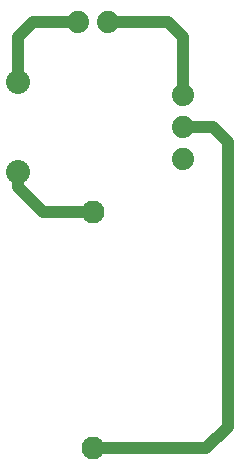
<source format=gtl>
G75*
%MOIN*%
%OFA0B0*%
%FSLAX25Y25*%
%IPPOS*%
%LPD*%
%AMOC8*
5,1,8,0,0,1.08239X$1,22.5*
%
%ADD10C,0.07400*%
%ADD11C,0.08000*%
%ADD12C,0.07677*%
%ADD13C,0.04000*%
D10*
X0126728Y0149300D03*
X0126728Y0160000D03*
X0126728Y0170700D03*
X0101728Y0195000D03*
X0091728Y0195000D03*
D11*
X0071728Y0175000D03*
X0071728Y0145000D03*
D12*
X0096728Y0052913D03*
X0096728Y0131654D03*
D13*
X0080075Y0131654D01*
X0071728Y0140000D01*
X0071728Y0145000D01*
X0071728Y0175000D02*
X0071728Y0190000D01*
X0076728Y0195000D01*
X0091728Y0195000D01*
X0101728Y0195000D02*
X0121728Y0195000D01*
X0126728Y0190000D01*
X0126728Y0170700D01*
X0126728Y0160000D02*
X0136728Y0160000D01*
X0141728Y0155000D01*
X0141728Y0060000D01*
X0134642Y0052913D01*
X0096728Y0052913D01*
M02*

</source>
